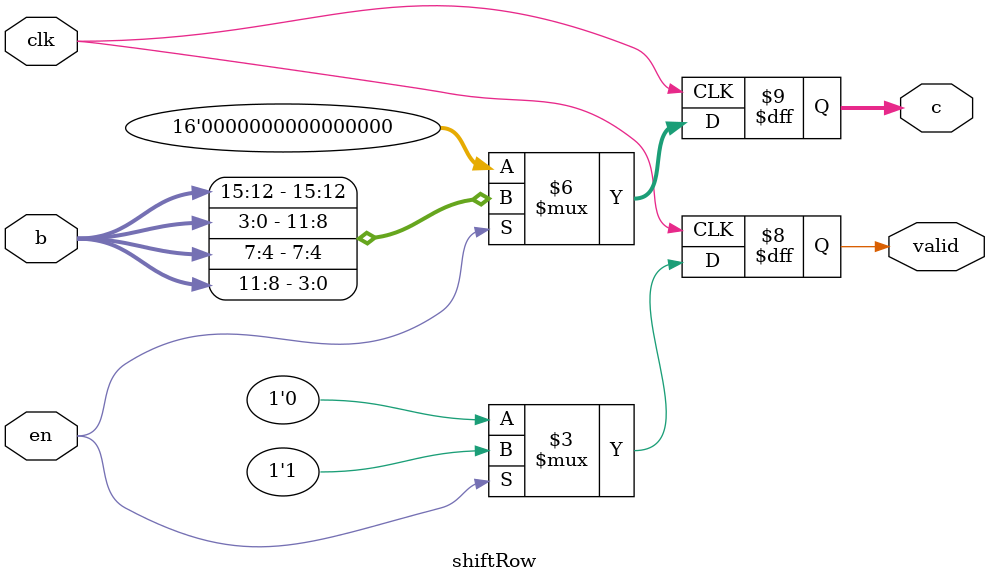
<source format=v>
`timescale 1ns / 1ps


module shiftRow(
    input [15:0] b, 
    input clk,
    input en,
    output reg valid,
    output reg [15:0] c
    );
     always@(posedge clk)
        begin
//if enable shift row using concatenation 
            if (en) begin
                c <= {b[15:12],b[3:0],b[7:4],b[11:8]};
                valid <= 1'b1;
            end
         else begin 
            c <=16'b0000000000000000;
            valid <= 1'b0;
         end
          
        end
endmodule

</source>
